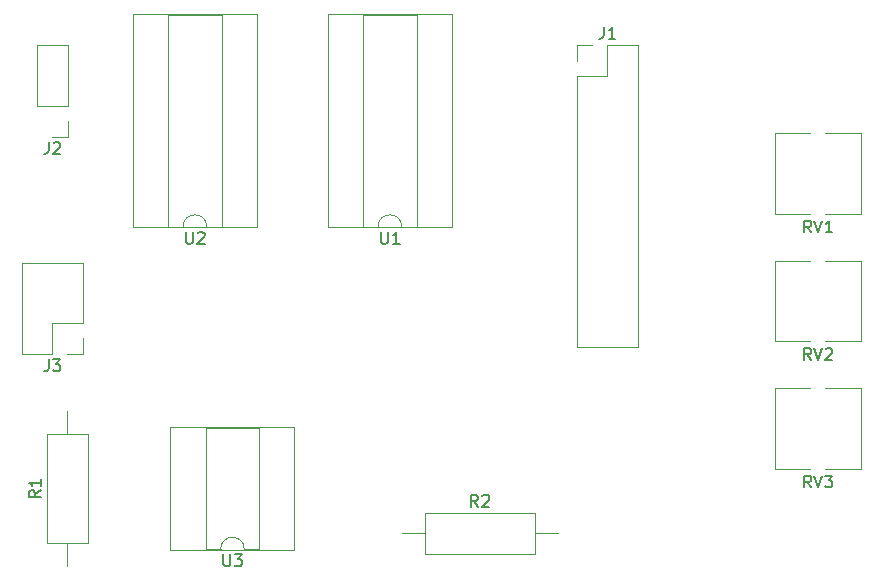
<source format=gbr>
%TF.GenerationSoftware,KiCad,Pcbnew,(5.1.6)-1*%
%TF.CreationDate,2021-02-01T21:39:40+01:00*%
%TF.ProjectId,carteDmx512,63617274-6544-46d7-9835-31322e6b6963,rev?*%
%TF.SameCoordinates,Original*%
%TF.FileFunction,Legend,Top*%
%TF.FilePolarity,Positive*%
%FSLAX46Y46*%
G04 Gerber Fmt 4.6, Leading zero omitted, Abs format (unit mm)*
G04 Created by KiCad (PCBNEW (5.1.6)-1) date 2021-02-01 21:39:40*
%MOMM*%
%LPD*%
G01*
G04 APERTURE LIST*
%ADD10C,0.120000*%
%ADD11C,0.150000*%
G04 APERTURE END LIST*
D10*
%TO.C,U3*%
X85360000Y-171510000D02*
G75*
G02*
X87360000Y-171510000I1000000J0D01*
G01*
X87360000Y-171510000D02*
X88610000Y-171510000D01*
X88610000Y-171510000D02*
X88610000Y-161230000D01*
X88610000Y-161230000D02*
X84110000Y-161230000D01*
X84110000Y-161230000D02*
X84110000Y-171510000D01*
X84110000Y-171510000D02*
X85360000Y-171510000D01*
X91610000Y-171570000D02*
X91610000Y-161170000D01*
X91610000Y-161170000D02*
X81110000Y-161170000D01*
X81110000Y-161170000D02*
X81110000Y-171570000D01*
X81110000Y-171570000D02*
X91610000Y-171570000D01*
%TO.C,RV3*%
X139570000Y-164710000D02*
X136540000Y-164710000D01*
X135240000Y-164710000D02*
X132330000Y-164710000D01*
X139570000Y-157870000D02*
X136540000Y-157870000D01*
X135240000Y-157870000D02*
X132330000Y-157870000D01*
X139570000Y-164710000D02*
X139570000Y-157870000D01*
X132330000Y-164710000D02*
X132330000Y-157870000D01*
%TO.C,RV2*%
X139570000Y-153915000D02*
X136540000Y-153915000D01*
X135240000Y-153915000D02*
X132330000Y-153915000D01*
X139570000Y-147075000D02*
X136540000Y-147075000D01*
X135240000Y-147075000D02*
X132330000Y-147075000D01*
X139570000Y-153915000D02*
X139570000Y-147075000D01*
X132330000Y-153915000D02*
X132330000Y-147075000D01*
%TO.C,RV1*%
X139570000Y-143120000D02*
X136540000Y-143120000D01*
X135240000Y-143120000D02*
X132330000Y-143120000D01*
X139570000Y-136280000D02*
X136540000Y-136280000D01*
X135240000Y-136280000D02*
X132330000Y-136280000D01*
X139570000Y-143120000D02*
X139570000Y-136280000D01*
X132330000Y-143120000D02*
X132330000Y-136280000D01*
%TO.C,R2*%
X102695000Y-168460000D02*
X102695000Y-171900000D01*
X102695000Y-171900000D02*
X111935000Y-171900000D01*
X111935000Y-171900000D02*
X111935000Y-168460000D01*
X111935000Y-168460000D02*
X102695000Y-168460000D01*
X100735000Y-170180000D02*
X102695000Y-170180000D01*
X113895000Y-170180000D02*
X111935000Y-170180000D01*
%TO.C,R1*%
X70670000Y-170990000D02*
X74110000Y-170990000D01*
X74110000Y-170990000D02*
X74110000Y-161750000D01*
X74110000Y-161750000D02*
X70670000Y-161750000D01*
X70670000Y-161750000D02*
X70670000Y-170990000D01*
X72390000Y-172950000D02*
X72390000Y-170990000D01*
X72390000Y-159790000D02*
X72390000Y-161750000D01*
%TO.C,J3*%
X73720000Y-147260000D02*
X68520000Y-147260000D01*
X73720000Y-152400000D02*
X73720000Y-147260000D01*
X68520000Y-155000000D02*
X68520000Y-147260000D01*
X73720000Y-152400000D02*
X71120000Y-152400000D01*
X71120000Y-152400000D02*
X71120000Y-155000000D01*
X71120000Y-155000000D02*
X68520000Y-155000000D01*
X73720000Y-153670000D02*
X73720000Y-155000000D01*
X73720000Y-155000000D02*
X72390000Y-155000000D01*
%TO.C,J2*%
X72450000Y-128845000D02*
X69790000Y-128845000D01*
X72450000Y-133985000D02*
X72450000Y-128845000D01*
X69790000Y-133985000D02*
X69790000Y-128845000D01*
X72450000Y-133985000D02*
X69790000Y-133985000D01*
X72450000Y-135255000D02*
X72450000Y-136585000D01*
X72450000Y-136585000D02*
X71120000Y-136585000D01*
%TO.C,J1*%
X115510000Y-154365000D02*
X120710000Y-154365000D01*
X115510000Y-131445000D02*
X115510000Y-154365000D01*
X120710000Y-128845000D02*
X120710000Y-154365000D01*
X115510000Y-131445000D02*
X118110000Y-131445000D01*
X118110000Y-131445000D02*
X118110000Y-128845000D01*
X118110000Y-128845000D02*
X120710000Y-128845000D01*
X115510000Y-130175000D02*
X115510000Y-128845000D01*
X115510000Y-128845000D02*
X116840000Y-128845000D01*
%TO.C,U1*%
X94445000Y-144265000D02*
X104945000Y-144265000D01*
X94445000Y-126245000D02*
X94445000Y-144265000D01*
X104945000Y-126245000D02*
X94445000Y-126245000D01*
X104945000Y-144265000D02*
X104945000Y-126245000D01*
X97445000Y-144205000D02*
X98695000Y-144205000D01*
X97445000Y-126305000D02*
X97445000Y-144205000D01*
X101945000Y-126305000D02*
X97445000Y-126305000D01*
X101945000Y-144205000D02*
X101945000Y-126305000D01*
X100695000Y-144205000D02*
X101945000Y-144205000D01*
X98695000Y-144205000D02*
G75*
G02*
X100695000Y-144205000I1000000J0D01*
G01*
%TO.C,U2*%
X82185000Y-144205000D02*
G75*
G02*
X84185000Y-144205000I1000000J0D01*
G01*
X84185000Y-144205000D02*
X85435000Y-144205000D01*
X85435000Y-144205000D02*
X85435000Y-126305000D01*
X85435000Y-126305000D02*
X80935000Y-126305000D01*
X80935000Y-126305000D02*
X80935000Y-144205000D01*
X80935000Y-144205000D02*
X82185000Y-144205000D01*
X88435000Y-144265000D02*
X88435000Y-126245000D01*
X88435000Y-126245000D02*
X77935000Y-126245000D01*
X77935000Y-126245000D02*
X77935000Y-144265000D01*
X77935000Y-144265000D02*
X88435000Y-144265000D01*
%TO.C,U3*%
D11*
X85598095Y-171962380D02*
X85598095Y-172771904D01*
X85645714Y-172867142D01*
X85693333Y-172914761D01*
X85788571Y-172962380D01*
X85979047Y-172962380D01*
X86074285Y-172914761D01*
X86121904Y-172867142D01*
X86169523Y-172771904D01*
X86169523Y-171962380D01*
X86550476Y-171962380D02*
X87169523Y-171962380D01*
X86836190Y-172343333D01*
X86979047Y-172343333D01*
X87074285Y-172390952D01*
X87121904Y-172438571D01*
X87169523Y-172533809D01*
X87169523Y-172771904D01*
X87121904Y-172867142D01*
X87074285Y-172914761D01*
X86979047Y-172962380D01*
X86693333Y-172962380D01*
X86598095Y-172914761D01*
X86550476Y-172867142D01*
%TO.C,RV3*%
X135354761Y-166292380D02*
X135021428Y-165816190D01*
X134783333Y-166292380D02*
X134783333Y-165292380D01*
X135164285Y-165292380D01*
X135259523Y-165340000D01*
X135307142Y-165387619D01*
X135354761Y-165482857D01*
X135354761Y-165625714D01*
X135307142Y-165720952D01*
X135259523Y-165768571D01*
X135164285Y-165816190D01*
X134783333Y-165816190D01*
X135640476Y-165292380D02*
X135973809Y-166292380D01*
X136307142Y-165292380D01*
X136545238Y-165292380D02*
X137164285Y-165292380D01*
X136830952Y-165673333D01*
X136973809Y-165673333D01*
X137069047Y-165720952D01*
X137116666Y-165768571D01*
X137164285Y-165863809D01*
X137164285Y-166101904D01*
X137116666Y-166197142D01*
X137069047Y-166244761D01*
X136973809Y-166292380D01*
X136688095Y-166292380D01*
X136592857Y-166244761D01*
X136545238Y-166197142D01*
%TO.C,RV2*%
X135354761Y-155497380D02*
X135021428Y-155021190D01*
X134783333Y-155497380D02*
X134783333Y-154497380D01*
X135164285Y-154497380D01*
X135259523Y-154545000D01*
X135307142Y-154592619D01*
X135354761Y-154687857D01*
X135354761Y-154830714D01*
X135307142Y-154925952D01*
X135259523Y-154973571D01*
X135164285Y-155021190D01*
X134783333Y-155021190D01*
X135640476Y-154497380D02*
X135973809Y-155497380D01*
X136307142Y-154497380D01*
X136592857Y-154592619D02*
X136640476Y-154545000D01*
X136735714Y-154497380D01*
X136973809Y-154497380D01*
X137069047Y-154545000D01*
X137116666Y-154592619D01*
X137164285Y-154687857D01*
X137164285Y-154783095D01*
X137116666Y-154925952D01*
X136545238Y-155497380D01*
X137164285Y-155497380D01*
%TO.C,RV1*%
X135354761Y-144702380D02*
X135021428Y-144226190D01*
X134783333Y-144702380D02*
X134783333Y-143702380D01*
X135164285Y-143702380D01*
X135259523Y-143750000D01*
X135307142Y-143797619D01*
X135354761Y-143892857D01*
X135354761Y-144035714D01*
X135307142Y-144130952D01*
X135259523Y-144178571D01*
X135164285Y-144226190D01*
X134783333Y-144226190D01*
X135640476Y-143702380D02*
X135973809Y-144702380D01*
X136307142Y-143702380D01*
X137164285Y-144702380D02*
X136592857Y-144702380D01*
X136878571Y-144702380D02*
X136878571Y-143702380D01*
X136783333Y-143845238D01*
X136688095Y-143940476D01*
X136592857Y-143988095D01*
%TO.C,R2*%
X107148333Y-167912380D02*
X106815000Y-167436190D01*
X106576904Y-167912380D02*
X106576904Y-166912380D01*
X106957857Y-166912380D01*
X107053095Y-166960000D01*
X107100714Y-167007619D01*
X107148333Y-167102857D01*
X107148333Y-167245714D01*
X107100714Y-167340952D01*
X107053095Y-167388571D01*
X106957857Y-167436190D01*
X106576904Y-167436190D01*
X107529285Y-167007619D02*
X107576904Y-166960000D01*
X107672142Y-166912380D01*
X107910238Y-166912380D01*
X108005476Y-166960000D01*
X108053095Y-167007619D01*
X108100714Y-167102857D01*
X108100714Y-167198095D01*
X108053095Y-167340952D01*
X107481666Y-167912380D01*
X108100714Y-167912380D01*
%TO.C,R1*%
X70122380Y-166536666D02*
X69646190Y-166870000D01*
X70122380Y-167108095D02*
X69122380Y-167108095D01*
X69122380Y-166727142D01*
X69170000Y-166631904D01*
X69217619Y-166584285D01*
X69312857Y-166536666D01*
X69455714Y-166536666D01*
X69550952Y-166584285D01*
X69598571Y-166631904D01*
X69646190Y-166727142D01*
X69646190Y-167108095D01*
X70122380Y-165584285D02*
X70122380Y-166155714D01*
X70122380Y-165870000D02*
X69122380Y-165870000D01*
X69265238Y-165965238D01*
X69360476Y-166060476D01*
X69408095Y-166155714D01*
%TO.C,J3*%
X70786666Y-155452380D02*
X70786666Y-156166666D01*
X70739047Y-156309523D01*
X70643809Y-156404761D01*
X70500952Y-156452380D01*
X70405714Y-156452380D01*
X71167619Y-155452380D02*
X71786666Y-155452380D01*
X71453333Y-155833333D01*
X71596190Y-155833333D01*
X71691428Y-155880952D01*
X71739047Y-155928571D01*
X71786666Y-156023809D01*
X71786666Y-156261904D01*
X71739047Y-156357142D01*
X71691428Y-156404761D01*
X71596190Y-156452380D01*
X71310476Y-156452380D01*
X71215238Y-156404761D01*
X71167619Y-156357142D01*
%TO.C,J2*%
X70786666Y-137037380D02*
X70786666Y-137751666D01*
X70739047Y-137894523D01*
X70643809Y-137989761D01*
X70500952Y-138037380D01*
X70405714Y-138037380D01*
X71215238Y-137132619D02*
X71262857Y-137085000D01*
X71358095Y-137037380D01*
X71596190Y-137037380D01*
X71691428Y-137085000D01*
X71739047Y-137132619D01*
X71786666Y-137227857D01*
X71786666Y-137323095D01*
X71739047Y-137465952D01*
X71167619Y-138037380D01*
X71786666Y-138037380D01*
%TO.C,J1*%
X117776666Y-127297380D02*
X117776666Y-128011666D01*
X117729047Y-128154523D01*
X117633809Y-128249761D01*
X117490952Y-128297380D01*
X117395714Y-128297380D01*
X118776666Y-128297380D02*
X118205238Y-128297380D01*
X118490952Y-128297380D02*
X118490952Y-127297380D01*
X118395714Y-127440238D01*
X118300476Y-127535476D01*
X118205238Y-127583095D01*
%TO.C,U1*%
X98933095Y-144657380D02*
X98933095Y-145466904D01*
X98980714Y-145562142D01*
X99028333Y-145609761D01*
X99123571Y-145657380D01*
X99314047Y-145657380D01*
X99409285Y-145609761D01*
X99456904Y-145562142D01*
X99504523Y-145466904D01*
X99504523Y-144657380D01*
X100504523Y-145657380D02*
X99933095Y-145657380D01*
X100218809Y-145657380D02*
X100218809Y-144657380D01*
X100123571Y-144800238D01*
X100028333Y-144895476D01*
X99933095Y-144943095D01*
%TO.C,U2*%
X82423095Y-144657380D02*
X82423095Y-145466904D01*
X82470714Y-145562142D01*
X82518333Y-145609761D01*
X82613571Y-145657380D01*
X82804047Y-145657380D01*
X82899285Y-145609761D01*
X82946904Y-145562142D01*
X82994523Y-145466904D01*
X82994523Y-144657380D01*
X83423095Y-144752619D02*
X83470714Y-144705000D01*
X83565952Y-144657380D01*
X83804047Y-144657380D01*
X83899285Y-144705000D01*
X83946904Y-144752619D01*
X83994523Y-144847857D01*
X83994523Y-144943095D01*
X83946904Y-145085952D01*
X83375476Y-145657380D01*
X83994523Y-145657380D01*
%TD*%
M02*

</source>
